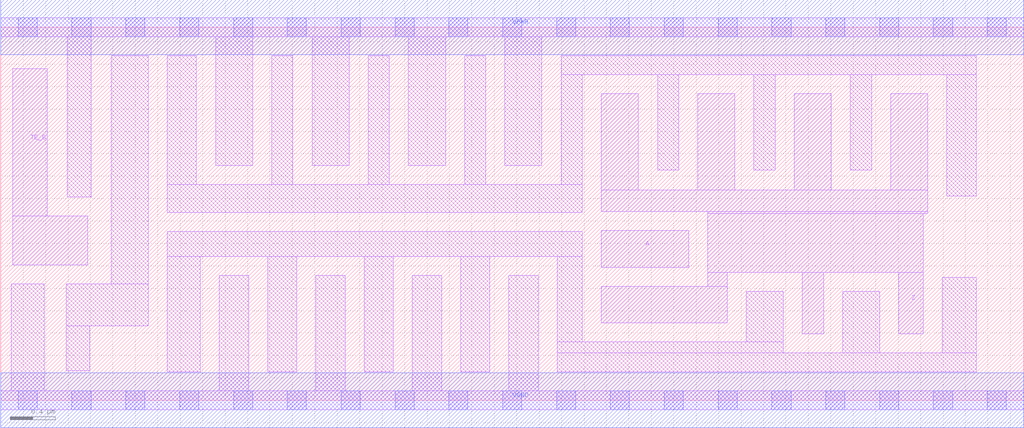
<source format=lef>
# Copyright 2020 The SkyWater PDK Authors
#
# Licensed under the Apache License, Version 2.0 (the "License");
# you may not use this file except in compliance with the License.
# You may obtain a copy of the License at
#
#     https://www.apache.org/licenses/LICENSE-2.0
#
# Unless required by applicable law or agreed to in writing, software
# distributed under the License is distributed on an "AS IS" BASIS,
# WITHOUT WARRANTIES OR CONDITIONS OF ANY KIND, either express or implied.
# See the License for the specific language governing permissions and
# limitations under the License.
#
# SPDX-License-Identifier: Apache-2.0

VERSION 5.7 ;
  NAMESCASESENSITIVE ON ;
  NOWIREEXTENSIONATPIN ON ;
  DIVIDERCHAR "/" ;
  BUSBITCHARS "[]" ;
UNITS
  DATABASE MICRONS 200 ;
END UNITS
MACRO sky130_fd_sc_lp__einvn_8
  CLASS CORE ;
  SOURCE USER ;
  FOREIGN sky130_fd_sc_lp__einvn_8 ;
  ORIGIN  0.000000  0.000000 ;
  SIZE  9.120000 BY  3.330000 ;
  SYMMETRY X Y R90 ;
  SITE unit ;
  PIN A
    ANTENNAGATEAREA  2.520000 ;
    DIRECTION INPUT ;
    USE SIGNAL ;
    PORT
      LAYER li1 ;
        RECT 5.355000 1.185000 6.135000 1.515000 ;
    END
  END A
  PIN TE_B
    ANTENNAGATEAREA  1.827000 ;
    DIRECTION INPUT ;
    USE SIGNAL ;
    PORT
      LAYER li1 ;
        RECT 0.105000 1.210000 0.775000 1.645000 ;
        RECT 0.105000 1.645000 0.415000 2.960000 ;
    END
  END TE_B
  PIN Z
    ANTENNADIFFAREA  2.352000 ;
    DIRECTION OUTPUT ;
    USE SIGNAL ;
    PORT
      LAYER li1 ;
        RECT 5.355000 0.690000 6.475000 1.015000 ;
        RECT 5.355000 1.685000 8.265000 1.875000 ;
        RECT 5.355000 1.875000 5.685000 2.735000 ;
        RECT 6.215000 1.875000 6.545000 2.735000 ;
        RECT 6.305000 1.015000 6.475000 1.140000 ;
        RECT 6.305000 1.140000 8.225000 1.665000 ;
        RECT 6.305000 1.665000 8.265000 1.685000 ;
        RECT 7.075000 1.875000 7.405000 2.735000 ;
        RECT 7.145000 0.595000 7.335000 1.140000 ;
        RECT 7.935000 1.875000 8.265000 2.735000 ;
        RECT 8.005000 0.595000 8.225000 1.140000 ;
    END
  END Z
  PIN VGND
    DIRECTION INOUT ;
    USE GROUND ;
    PORT
      LAYER met1 ;
        RECT 0.000000 -0.245000 9.120000 0.245000 ;
    END
  END VGND
  PIN VPWR
    DIRECTION INOUT ;
    USE POWER ;
    PORT
      LAYER met1 ;
        RECT 0.000000 3.085000 9.120000 3.575000 ;
    END
  END VPWR
  OBS
    LAYER li1 ;
      RECT 0.000000 -0.085000 9.120000 0.085000 ;
      RECT 0.000000  3.245000 9.120000 3.415000 ;
      RECT 0.095000  0.085000 0.390000 1.040000 ;
      RECT 0.585000  0.265000 0.795000 0.665000 ;
      RECT 0.585000  0.665000 1.315000 1.040000 ;
      RECT 0.595000  1.815000 0.805000 3.245000 ;
      RECT 0.985000  1.040000 1.315000 3.075000 ;
      RECT 1.485000  0.255000 1.780000 1.285000 ;
      RECT 1.485000  1.285000 5.185000 1.505000 ;
      RECT 1.485000  1.675000 5.185000 1.925000 ;
      RECT 1.485000  1.925000 1.745000 3.075000 ;
      RECT 1.915000  2.095000 2.245000 3.245000 ;
      RECT 1.950000  0.085000 2.210000 1.115000 ;
      RECT 2.380000  0.255000 2.640000 1.285000 ;
      RECT 2.415000  1.925000 2.605000 3.075000 ;
      RECT 2.775000  2.095000 3.105000 3.245000 ;
      RECT 2.810000  0.085000 3.070000 1.115000 ;
      RECT 3.240000  0.255000 3.500000 1.285000 ;
      RECT 3.275000  1.925000 3.465000 3.075000 ;
      RECT 3.635000  2.095000 3.965000 3.245000 ;
      RECT 3.670000  0.085000 3.930000 1.115000 ;
      RECT 4.100000  0.255000 4.360000 1.285000 ;
      RECT 4.135000  1.925000 4.325000 3.075000 ;
      RECT 4.495000  2.095000 4.825000 3.245000 ;
      RECT 4.530000  0.085000 4.790000 1.115000 ;
      RECT 4.960000  0.255000 8.695000 0.425000 ;
      RECT 4.960000  0.425000 6.975000 0.520000 ;
      RECT 4.960000  0.520000 5.185000 1.285000 ;
      RECT 4.995000  1.925000 5.185000 2.905000 ;
      RECT 4.995000  2.905000 8.695000 3.075000 ;
      RECT 5.855000  2.055000 6.045000 2.905000 ;
      RECT 6.645000  0.520000 6.975000 0.970000 ;
      RECT 6.715000  2.055000 6.905000 2.905000 ;
      RECT 7.505000  0.425000 7.835000 0.970000 ;
      RECT 7.575000  2.055000 7.765000 2.905000 ;
      RECT 8.395000  0.425000 8.695000 1.095000 ;
      RECT 8.435000  1.825000 8.695000 2.905000 ;
    LAYER mcon ;
      RECT 0.155000 -0.085000 0.325000 0.085000 ;
      RECT 0.155000  3.245000 0.325000 3.415000 ;
      RECT 0.635000 -0.085000 0.805000 0.085000 ;
      RECT 0.635000  3.245000 0.805000 3.415000 ;
      RECT 1.115000 -0.085000 1.285000 0.085000 ;
      RECT 1.115000  3.245000 1.285000 3.415000 ;
      RECT 1.595000 -0.085000 1.765000 0.085000 ;
      RECT 1.595000  3.245000 1.765000 3.415000 ;
      RECT 2.075000 -0.085000 2.245000 0.085000 ;
      RECT 2.075000  3.245000 2.245000 3.415000 ;
      RECT 2.555000 -0.085000 2.725000 0.085000 ;
      RECT 2.555000  3.245000 2.725000 3.415000 ;
      RECT 3.035000 -0.085000 3.205000 0.085000 ;
      RECT 3.035000  3.245000 3.205000 3.415000 ;
      RECT 3.515000 -0.085000 3.685000 0.085000 ;
      RECT 3.515000  3.245000 3.685000 3.415000 ;
      RECT 3.995000 -0.085000 4.165000 0.085000 ;
      RECT 3.995000  3.245000 4.165000 3.415000 ;
      RECT 4.475000 -0.085000 4.645000 0.085000 ;
      RECT 4.475000  3.245000 4.645000 3.415000 ;
      RECT 4.955000 -0.085000 5.125000 0.085000 ;
      RECT 4.955000  3.245000 5.125000 3.415000 ;
      RECT 5.435000 -0.085000 5.605000 0.085000 ;
      RECT 5.435000  3.245000 5.605000 3.415000 ;
      RECT 5.915000 -0.085000 6.085000 0.085000 ;
      RECT 5.915000  3.245000 6.085000 3.415000 ;
      RECT 6.395000 -0.085000 6.565000 0.085000 ;
      RECT 6.395000  3.245000 6.565000 3.415000 ;
      RECT 6.875000 -0.085000 7.045000 0.085000 ;
      RECT 6.875000  3.245000 7.045000 3.415000 ;
      RECT 7.355000 -0.085000 7.525000 0.085000 ;
      RECT 7.355000  3.245000 7.525000 3.415000 ;
      RECT 7.835000 -0.085000 8.005000 0.085000 ;
      RECT 7.835000  3.245000 8.005000 3.415000 ;
      RECT 8.315000 -0.085000 8.485000 0.085000 ;
      RECT 8.315000  3.245000 8.485000 3.415000 ;
      RECT 8.795000 -0.085000 8.965000 0.085000 ;
      RECT 8.795000  3.245000 8.965000 3.415000 ;
  END
END sky130_fd_sc_lp__einvn_8

</source>
